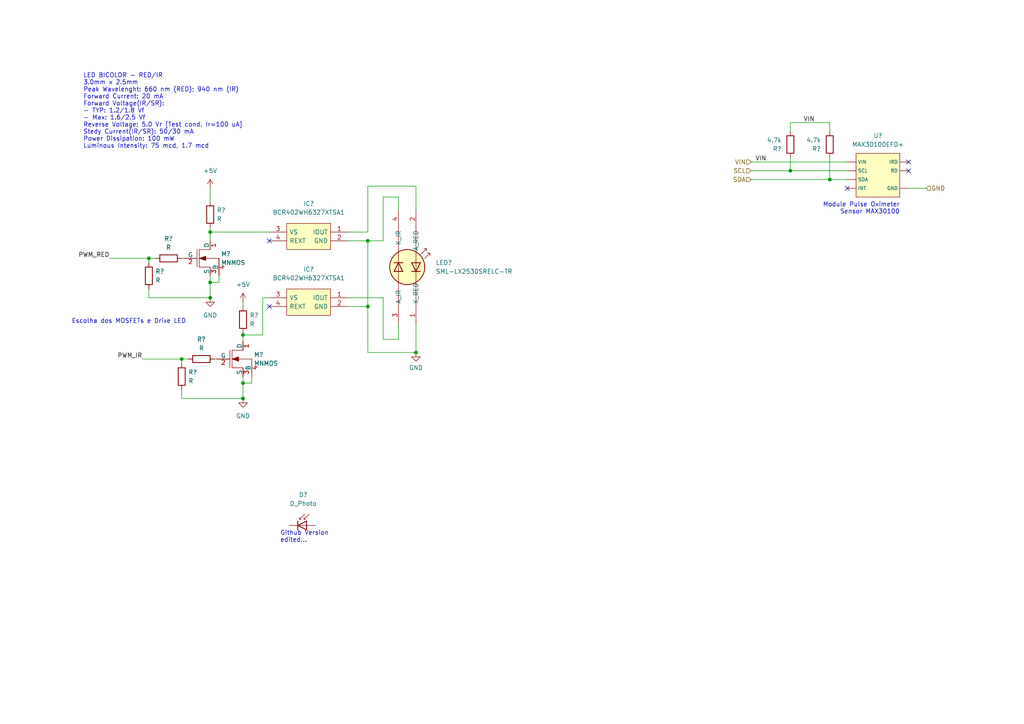
<source format=kicad_sch>
(kicad_sch (version 20211123) (generator eeschema)
  (paper "A4")
  (title_block (company "Version: ADA 0-0-0") (comment 1 "Low Fidelity Prototyped") (comment 3 "Author: Thiago Martins de Sousa") (comment 4 "UnB - FGA | Eletronic Engineering"))
  (lib_symbols
    (symbol "BCR402WH6327XTSA1:BCR402WH6327XTSA1" (pin_names (offset 0.762))
      (property "Reference" "IC?" (at 0 9.525 0))
      (property "Value" "BCR402WH6327XTSA1" (at 0 6.985 0))
      (symbol "BCR402WH6327XTSA1_0_0"
        (pin passive line (at -11.43 1.27 0) (length 5.08) (name "IOUT") (number "1"))
        (pin passive line (at -11.43 -1.27 0) (length 5.08) (name "GND") (number "2"))
        (pin passive line (at 11.43 1.27 180) (length 5.08) (name "VS") (number "3"))
        (pin passive line (at 11.43 -1.27 180) (length 5.08) (name "REXT") (number "4"))
      )
      (symbol "BCR402WH6327XTSA1_0_1"
        (polyline (pts (xy -6.35 3.81) (xy 6.35 3.81) (xy 6.35 -3.81) (xy -6.35 -3.81) (xy -6.35 3.81)) (stroke (width 0.1524)) (fill (type background)))
      )
    )
    (symbol "Device:D_Photo" (pin_numbers hide) (pin_names hide)
      (property "Reference" "D" (at 0.508 1.778 0))
      (property "Value" "D_Photo" (at -1.016 -2.794 0))
      (symbol "D_Photo_0_1"
        (polyline (pts (xy -2.54 1.27) (xy -2.54 -1.27)) (stroke (width 0.254)))
        (polyline (pts (xy -2.032 1.778) (xy -1.524 1.778)))
        (polyline (pts (xy 0 0) (xy -2.54 0)))
        (polyline (pts (xy -0.508 3.302) (xy -2.032 1.778) (xy -2.032 2.286)))
        (polyline (pts (xy 0 -1.27) (xy 0 1.27) (xy -2.54 0) (xy 0 -1.27)) (stroke (width 0.254)))
        (polyline (pts (xy 0.762 3.302) (xy -0.762 1.778) (xy -0.762 2.286) (xy -0.762 1.778) (xy -0.254 1.778)))
      )
      (symbol "D_Photo_1_1"
        (pin passive line (at -5.08 0 0) (length 2.54) (name "K") (number "1"))
        (pin passive line (at 2.54 0 180) (length 2.54) (name "A") (number "2"))
      )
    )
    (symbol "Device:R" (pin_numbers hide) (pin_names (offset 0))
      (property "Reference" "R" (at 2.032 0 90))
      (property "Value" "R" (at 0 0 90))
      (symbol "R_0_1"
        (rectangle (start -1.016 -2.54) (end 1.016 2.54) (stroke (width 0.254)))
      )
      (symbol "R_1_1"
        (pin passive line (at 0 3.81 270) (length 1.27) (name "~") (number "1"))
        (pin passive line (at 0 -3.81 90) (length 1.27) (name "~") (number "2"))
      )
    )
    (symbol "MAX30100-Interface:MAX30100EFD+"
      (property "Reference" "U?" (at 0 11.43 0))
      (property "Value" "MAX30100EFD+" (at 0 8.89 0))
      (symbol "MAX30100EFD+_0_1"
        (rectangle (start -6.35 6.35) (end 6.35 -6.35) (fill (type background)))
      )
      (symbol "MAX30100EFD+_1_1"
        (pin power_out line (at 8.89 -3.81 180) (length 2.54) (name "GND") (number ""))
        (pin bidirectional line (at -8.89 -3.81 0) (length 2.54) (name "INT") (number ""))
        (pin passive line (at 8.89 3.81 180) (length 2.54) (name "IRD") (number ""))
        (pin passive line (at 8.89 1.27 180) (length 2.54) (name "RD") (number ""))
        (pin input line (at -8.89 1.27 0) (length 2.54) (name "SCL") (number ""))
        (pin bidirectional line (at -8.89 -1.27 0) (length 2.54) (name "SDA") (number ""))
        (pin power_in line (at -8.89 3.81 0) (length 2.54) (name "VIN") (number ""))
      )
    )
    (symbol "SML-LX2530SRELC-TR:SML-LX2530SRELC-TR" (pin_names (offset 0.762))
      (property "Reference" "LED?" (at 0 11.43 0))
      (property "Value" "SML-LX2530SRELC-TR" (at 0 8.89 0))
      (symbol "SML-LX2530SRELC-TR_0_0"
        (pin passive line (at -16.51 2.54 0) (length 5.08) (name "K_RED") (number "1"))
        (pin passive line (at 16.51 2.54 180) (length 5.08) (name "A_RED") (number "2"))
        (pin passive line (at -16.51 -2.54 0) (length 5.08) (name "A_IR") (number "3"))
        (pin passive line (at 16.51 -2.54 180) (length 5.08) (name "K_IR") (number "4"))
      )
      (symbol "SML-LX2530SRELC-TR_0_1"
        (polyline (pts (xy -11.43 -2.54) (xy -1.27 -2.54)))
        (polyline (pts (xy -11.43 2.54) (xy 1.27 2.54)))
        (polyline (pts (xy -1.27 3.81) (xy -1.27 1.27)) (stroke (width 0.254)))
        (polyline (pts (xy 1.27 -1.27) (xy 1.27 -3.81)) (stroke (width 0.254)))
        (polyline (pts (xy 11.43 -2.54) (xy -1.27 -2.54)))
        (polyline (pts (xy 11.43 2.54) (xy 1.27 2.54)))
        (polyline (pts (xy -1.27 -1.27) (xy -1.27 -3.81) (xy 1.27 -2.54) (xy -1.27 -1.27)) (stroke (width 0.254)))
        (polyline (pts (xy 1.27 3.81) (xy 1.27 1.27) (xy -1.27 2.54) (xy 1.27 3.81)) (stroke (width 0.254)))
        (polyline (pts (xy 2.54 5.08) (xy 4.064 6.604) (xy 3.302 6.604) (xy 4.064 6.604) (xy 4.064 5.842)))
        (polyline (pts (xy 3.81 4.064) (xy 5.334 5.588) (xy 4.572 5.588) (xy 5.334 5.588) (xy 5.334 4.826)))
        (circle (center 0 0) (radius 5.08) (stroke (width 0.254)) (fill (type background)))
      )
    )
    (symbol "power:+5V" (power) (pin_names (offset 0))
      (property "Value" "+5V" (at 0 3.556 0))
      (symbol "+5V_0_1"
        (polyline (pts (xy -0.762 1.27) (xy 0 2.54)))
        (polyline (pts (xy 0 0) (xy 0 2.54)))
        (polyline (pts (xy 0 2.54) (xy 0.762 1.27)))
      )
      (symbol "+5V_1_1"
        (pin power_in line (at 0 0 90) (length 0) hide (name "+5V") (number "1"))
      )
    )
    (symbol "power:GND" (power) (pin_names (offset 0))
      (property "Value" "GND" (at 0 -3.81 0))
      (symbol "GND_0_1"
        (polyline (pts (xy 0 0) (xy 0 -1.27) (xy 1.27 -1.27) (xy 0 -2.54) (xy -1.27 -1.27) (xy 0 -1.27)))
      )
      (symbol "GND_1_1"
        (pin power_in line (at 0 0 270) (length 0) hide (name "GND") (number "1"))
      )
    )
    (symbol "pspice:MNMOS" (pin_names (offset 0))
      (property "Reference" "M" (at 7.62 1.27 0))
      (property "Value" "MNMOS" (at 7.62 -1.27 0))
      (symbol "MNMOS_0_1"
        (polyline (pts (xy -1.27 -2.54) (xy -1.27 2.54)))
        (polyline (pts (xy -0.635 -2.54) (xy 2.54 -2.54)))
        (polyline (pts (xy 2.54 2.54) (xy -0.635 2.54)))
        (polyline (pts (xy 5.08 0) (xy -0.635 0)))
        (polyline (pts (xy -0.635 0) (xy 1.27 0.635) (xy 1.27 -0.635) (xy -0.635 0)) (fill (type outline)))
      )
      (symbol "MNMOS_1_1"
        (polyline (pts (xy -0.635 -2.54) (xy -0.635 2.54)))
        (pin passive line (at 2.54 5.08 270) (length 2.54) (name "D") (number "1"))
        (pin input line (at -5.08 0 0) (length 3.81) (name "G") (number "2"))
        (pin passive line (at 2.54 -5.08 90) (length 2.54) (name "S") (number "3"))
        (pin input line (at 5.08 -5.08 90) (length 5.08) (name "B") (number "4"))
      )
    )
  )
  (junction (at 52.705 104.14))
  (junction (at 70.485 97.155))
  (junction (at 60.96 67.31))
  (junction (at 240.665 52.07))
  (junction (at 70.485 111.125))
  (junction (at 43.18 74.93))
  (junction (at 60.96 81.915))
  (junction (at 106.68 88.9))
  (junction (at 60.96 86.36))
  (junction (at 120.65 102.235))
  (junction (at 70.485 115.57))
  (junction (at 106.68 69.85))
  (junction (at 229.235 49.53))
  (no_connect (at 263.525 46.99))
  (no_connect (at 263.525 49.53))
  (no_connect (at 78.105 88.9))
  (no_connect (at 78.105 69.85))
  (no_connect (at 245.745 54.61))
  (wire (pts (xy 43.18 83.82) (xy 43.18 86.36)))
  (wire (pts (xy 115.57 93.98) (xy 115.57 98.425)))
  (wire (pts (xy 73.025 111.125) (xy 73.025 109.22)))
  (wire (pts (xy 60.96 81.915) (xy 60.96 86.36)))
  (wire (pts (xy 111.125 86.36) (xy 100.965 86.36)))
  (wire (pts (xy 240.665 45.72) (xy 240.665 52.07)))
  (wire (pts (xy 60.96 80.01) (xy 60.96 81.915)))
  (wire (pts (xy 60.96 81.915) (xy 63.5 81.915)))
  (wire (pts (xy 100.965 69.85) (xy 106.68 69.85)))
  (wire (pts (xy 43.18 74.93) (xy 43.18 76.2)))
  (wire (pts (xy 70.485 96.52) (xy 70.485 97.155)))
  (wire (pts (xy 229.235 35.56) (xy 240.665 35.56)))
  (wire (pts (xy 43.18 86.36) (xy 60.96 86.36)))
  (wire (pts (xy 217.805 52.07) (xy 240.665 52.07)))
  (wire (pts (xy 52.705 74.93) (xy 53.34 74.93)))
  (wire (pts (xy 106.68 88.9) (xy 106.68 102.235)))
  (wire (pts (xy 120.65 102.235) (xy 120.65 93.98)))
  (wire (pts (xy 43.18 74.93) (xy 45.085 74.93)))
  (wire (pts (xy 52.705 104.14) (xy 54.61 104.14)))
  (wire (pts (xy 120.65 53.975) (xy 120.65 60.96)))
  (wire (pts (xy 100.965 88.9) (xy 106.68 88.9)))
  (wire (pts (xy 115.57 98.425) (xy 111.125 98.425)))
  (wire (pts (xy 60.96 54.61) (xy 60.96 58.42)))
  (wire (pts (xy 70.485 111.125) (xy 70.485 115.57)))
  (wire (pts (xy 263.525 54.61) (xy 268.605 54.61)))
  (wire (pts (xy 111.125 69.85) (xy 111.125 57.15)))
  (wire (pts (xy 70.485 97.155) (xy 70.485 99.06)))
  (wire (pts (xy 106.68 53.975) (xy 120.65 53.975)))
  (wire (pts (xy 70.485 109.22) (xy 70.485 111.125)))
  (wire (pts (xy 60.96 67.31) (xy 78.105 67.31)))
  (wire (pts (xy 217.805 46.99) (xy 245.745 46.99)))
  (wire (pts (xy 217.805 49.53) (xy 229.235 49.53)))
  (wire (pts (xy 106.68 69.85) (xy 106.68 88.9)))
  (wire (pts (xy 106.68 102.235) (xy 120.65 102.235)))
  (wire (pts (xy 70.485 97.155) (xy 76.2 97.155)))
  (wire (pts (xy 63.5 81.915) (xy 63.5 80.01)))
  (wire (pts (xy 115.57 57.15) (xy 115.57 60.96)))
  (wire (pts (xy 76.2 97.155) (xy 76.2 86.36)))
  (wire (pts (xy 229.235 45.72) (xy 229.235 49.53)))
  (wire (pts (xy 70.485 111.125) (xy 73.025 111.125)))
  (wire (pts (xy 111.125 98.425) (xy 111.125 86.36)))
  (wire (pts (xy 240.665 52.07) (xy 245.745 52.07)))
  (wire (pts (xy 52.705 104.14) (xy 52.705 105.41)))
  (wire (pts (xy 60.96 66.04) (xy 60.96 67.31)))
  (wire (pts (xy 229.235 38.1) (xy 229.235 35.56)))
  (wire (pts (xy 240.665 38.1) (xy 240.665 35.56)))
  (wire (pts (xy 31.75 74.93) (xy 43.18 74.93)))
  (wire (pts (xy 52.705 113.03) (xy 52.705 115.57)))
  (wire (pts (xy 106.68 67.31) (xy 106.68 53.975)))
  (wire (pts (xy 70.485 87.63) (xy 70.485 88.9)))
  (wire (pts (xy 62.23 104.14) (xy 62.865 104.14)))
  (wire (pts (xy 41.275 104.14) (xy 52.705 104.14)))
  (wire (pts (xy 60.96 67.31) (xy 60.96 69.85)))
  (wire (pts (xy 229.235 49.53) (xy 245.745 49.53)))
  (wire (pts (xy 111.125 57.15) (xy 115.57 57.15)))
  (wire (pts (xy 100.965 67.31) (xy 106.68 67.31)))
  (wire (pts (xy 106.68 69.85) (xy 111.125 69.85)))
  (wire (pts (xy 52.705 115.57) (xy 70.485 115.57)))
  (wire (pts (xy 76.2 86.36) (xy 78.105 86.36)))
  (text "Github Version\nedited..." (at 81.28 157.48 0) (effects (font (size 1.27 1.27)) (justify left bottom)))
  (text "LED BICOLOR - RED/IR\n3.0mm x 2.5mm\nPeak Wavelenght: 660 nm (RED); 940 nm (IR)\nForward Current: 20 mA\nForward Voltage(IR/SR): \n- TYP: 1.2/1.8 Vf\n- Max: 1.6/2.5 Vf\nReverse Voltage: 5.0 Vr [Test cond. Ir=100 uA]\nStedy Current(IR/SR): 50/30 mA\nPower Dissipation: 100 mW\nLuminous Intensity: 75 mcd, 1.7 mcd" (at 24.13 43.18 0) (effects (font (size 1.27 1.27)) (justify left bottom)))
  (text "Module Pulse Oximeter\nSensor MAX30100" (at 260.985 62.23 180) (effects (font (size 1.27 1.27)) (justify right bottom)))
  (text "Escolha dos MOSFETs e Drive LED" (at 53.975 93.98 180) (effects (font (size 1.27 1.27)) (justify right bottom)))
  (label "PWM_RED" (at 31.75 74.93 180))
  (label "VIN" (at 219.075 46.99 0))
  (label "PWM_IR" (at 41.275 104.14 180))
  (label "VIN" (at 233.045 35.56 0))
  (hierarchical_label "GND" (shape input) (at 268.605 54.61 0))
  (hierarchical_label "VIN" (shape input) (at 217.805 46.99 180))
  (hierarchical_label "SDA" (shape input) (at 217.805 52.07 180))
  (hierarchical_label "SCL" (shape input) (at 217.805 49.53 180))
  (symbol (lib_id "pspice:MNMOS") (at 58.42 74.93 0) (unit 1)
    (property "Reference" "M?" (at 64.135 73.6599 0) (effects (justify left)))
    (property "Value" "MNMOS" (at 64.135 76.1999 0) (effects (justify left)))
  )
  (symbol (lib_id "Device:R") (at 52.705 109.22 0) (unit 1)
    (property "Reference" "R?" (at 54.61 107.9499 0) (effects (justify left)))
    (property "Value" "R" (at 54.61 110.4899 0) (effects (justify left)))
  )
  (symbol (lib_id "Device:R") (at 43.18 80.01 0) (unit 1)
    (property "Reference" "R?" (at 45.085 78.7399 0) (effects (justify left)))
    (property "Value" "R" (at 45.085 81.2799 0) (effects (justify left)))
  )
  (symbol (lib_id "BCR402WH6327XTSA1:BCR402WH6327XTSA1") (at 89.535 87.63 0) (mirror y) (unit 1)
    (property "Reference" "IC?" (at 89.535 78.105 0))
    (property "Value" "BCR402WH6327XTSA1" (at 89.535 80.645 0))
    (property "Footprint" "SOT343" (effects hide))
    (property "Datasheet" "https://www.infineon.com/dgdl/Infineon-BCR402W-DS-v02_00-en.pdf?fileId=db3a30431400ef68011407c5054c0192" (effects hide))
    (property "Description" "Infineon BCR402WH6327XTSA1 LED Driver IC, 18 V dc 60mA 4-Pin SOT-343" (effects hide))
    (property "Manufacturer_Name" "Infineon" (effects hide))
    (property "Manufacturer_Part_Number" "BCR402WH6327XTSA1" (effects hide))
    (property "Mouser Part Number" "726-BCR402WH6327XTSA" (effects hide))
    (property "Mouser Price/Stock" "https://www.mouser.co.uk/ProductDetail/Infineon-Technologies/BCR402WH6327XTSA1?qs=K00xGehIljswM5X4feTC6g%3D%3D" (effects hide))
    (property "Arrow Part Number" "BCR402WH6327XTSA1" (effects hide))
    (property "Arrow Price/Stock" "https://www.arrow.com/en/products/bcr402wh6327xtsa1/infineon-technologies-ag?region=nac" (effects hide))
  )
  (symbol (lib_id "Device:R") (at 240.665 41.91 180) (unit 1)
    (property "Reference" "R?" (at 238.125 43.1801 0) (effects (justify left)))
    (property "Value" "4.7k" (at 238.125 40.6401 0) (effects (justify left)))
  )
  (symbol (lib_id "pspice:MNMOS") (at 67.945 104.14 0) (unit 1)
    (property "Reference" "M?" (at 73.66 102.8699 0) (effects (justify left)))
    (property "Value" "MNMOS" (at 73.66 105.4099 0) (effects (justify left)))
  )
  (symbol (lib_id "Device:R") (at 58.42 104.14 90) (unit 1)
    (property "Reference" "R?" (at 58.42 98.425 90))
    (property "Value" "R" (at 58.42 100.965 90))
  )
  (symbol (lib_id "power:GND") (at 70.485 115.57 0) (unit 1)
    (property "Reference" "#PWR?" (effects hide))
    (property "Value" "GND" (at 70.485 120.65 0))
  )
  (symbol (lib_id "Device:R") (at 60.96 62.23 0) (unit 1)
    (property "Reference" "R?" (at 62.865 60.9599 0) (effects (justify left)))
    (property "Value" "R" (at 62.865 63.4999 0) (effects (justify left)))
  )
  (symbol (lib_id "power:GND") (at 120.65 102.235 0) (unit 1)
    (property "Reference" "#PWR?" (effects hide))
    (property "Value" "GND" (at 120.65 106.68 0))
  )
  (symbol (lib_id "power:+5V") (at 60.96 54.61 0) (unit 1)
    (property "Reference" "#PWR?" (effects hide))
    (property "Value" "+5V" (at 60.96 49.53 0))
  )
  (symbol (lib_id "BCR402WH6327XTSA1:BCR402WH6327XTSA1") (at 89.535 68.58 0) (mirror y) (unit 1)
    (property "Reference" "IC?" (at 89.535 59.055 0))
    (property "Value" "BCR402WH6327XTSA1" (at 89.535 61.595 0))
    (property "Footprint" "SOT343" (effects hide))
    (property "Datasheet" "https://www.infineon.com/dgdl/Infineon-BCR402W-DS-v02_00-en.pdf?fileId=db3a30431400ef68011407c5054c0192" (effects hide))
    (property "Description" "Infineon BCR402WH6327XTSA1 LED Driver IC, 18 V dc 60mA 4-Pin SOT-343" (effects hide))
    (property "Manufacturer_Name" "Infineon" (effects hide))
    (property "Manufacturer_Part_Number" "BCR402WH6327XTSA1" (effects hide))
    (property "Mouser Part Number" "726-BCR402WH6327XTSA" (effects hide))
    (property "Mouser Price/Stock" "https://www.mouser.co.uk/ProductDetail/Infineon-Technologies/BCR402WH6327XTSA1?qs=K00xGehIljswM5X4feTC6g%3D%3D" (effects hide))
    (property "Arrow Part Number" "BCR402WH6327XTSA1" (effects hide))
    (property "Arrow Price/Stock" "https://www.arrow.com/en/products/bcr402wh6327xtsa1/infineon-technologies-ag?region=nac" (effects hide))
  )
  (symbol (lib_id "power:+5V") (at 70.485 87.63 0) (unit 1)
    (property "Reference" "#PWR?" (effects hide))
    (property "Value" "+5V" (at 70.485 82.55 0))
  )
  (symbol (lib_id "SML-LX2530SRELC-TR:SML-LX2530SRELC-TR") (at 118.11 77.47 270) (mirror x) (unit 1)
    (property "Reference" "LED?" (at 126.365 76.1999 90) (effects (justify left)))
    (property "Value" "SML-LX2530SRELC-TR" (at 126.365 78.7399 90) (effects (justify left)))
    (property "Footprint" "SMLLX2530SRELCTR" (effects hide))
    (property "Datasheet" "https://www.lumex.com/spec/SML-LX2530SRELC-TR.pdf" (effects hide))
    (property "Description" "Standard LEDs - SMD 3x2.5mm LED Bi-Color Red 660nm/940nm" (effects hide))
    (property "Height" "1.1" (effects hide))
    (property "Mouser Part Number" "696-LX2530SRELC-TR" (effects hide))
    (property "Mouser Price/Stock" "https://www.mouser.co.uk/ProductDetail/Lumex/SML-LX2530SRELC-TR?qs=26yrLECgo49BUfIwHN7xVg%3D%3D" (effects hide))
    (property "Manufacturer_Name" "Lumex" (effects hide))
    (property "Manufacturer_Part_Number" "SML-LX2530SRELC-TR" (effects hide))
  )
  (symbol (lib_id "Device:R") (at 48.895 74.93 90) (unit 1)
    (property "Reference" "R?" (at 48.895 69.215 90))
    (property "Value" "R" (at 48.895 71.755 90))
  )
  (symbol (lib_id "MAX30100-Interface:MAX30100EFD+") (at 254.635 50.8 0) (unit 1)
    (property "Reference" "U?" (at 254.635 39.37 0))
    (property "Value" "MAX30100EFD+" (at 254.635 41.91 0))
  )
  (symbol (lib_id "power:GND") (at 60.96 86.36 0) (unit 1)
    (property "Reference" "#PWR?" (effects hide))
    (property "Value" "GND" (at 60.96 91.44 0))
  )
  (symbol (lib_id "Device:R") (at 229.235 41.91 0) (mirror x) (unit 1)
    (property "Reference" "R?" (at 226.695 43.1801 0) (effects (justify right)))
    (property "Value" "4.7k" (at 226.695 40.6401 0) (effects (justify right)))
  )
  (symbol (lib_id "Device:R") (at 70.485 92.71 0) (unit 1)
    (property "Reference" "R?" (at 72.39 91.4399 0) (effects (justify left)))
    (property "Value" "R" (at 72.39 93.9799 0) (effects (justify left)))
  )
  (symbol (lib_id "Device:D_Photo") (at 88.9 152.4 0) (unit 1)
    (property "Reference" "D?" (at 87.9475 143.51 0))
    (property "Value" "D_Photo" (at 87.9475 146.05 0))
  )
)
</source>
